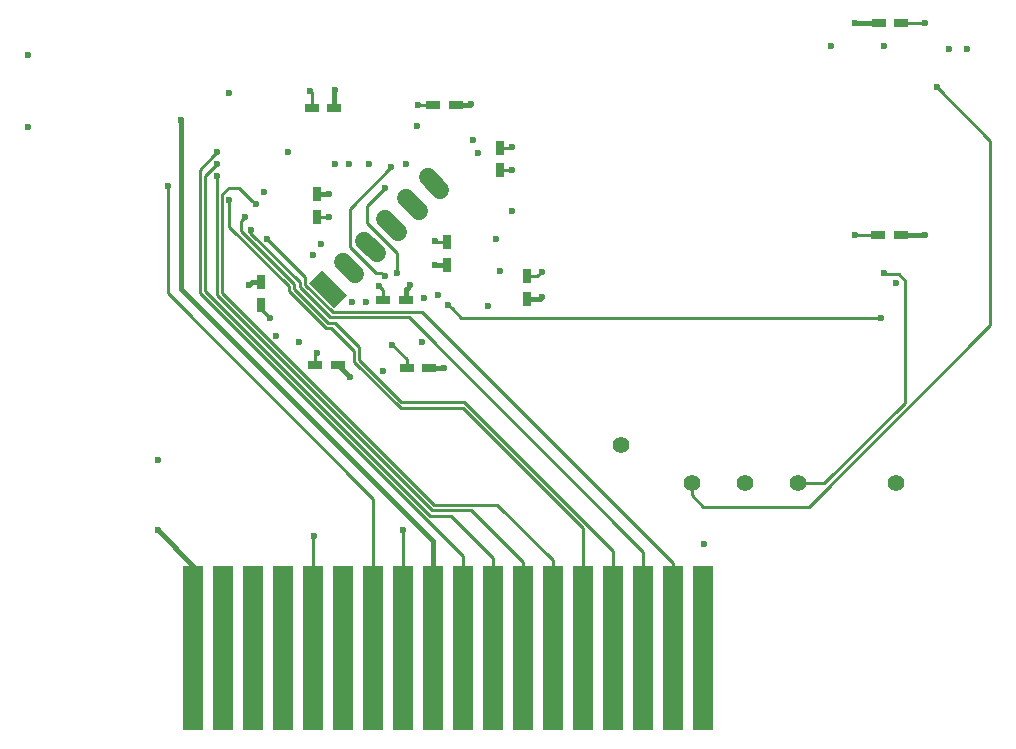
<source format=gbl>
G04 #@! TF.FileFunction,Copper,L4,Bot,Signal*
%FSLAX46Y46*%
G04 Gerber Fmt 4.6, Leading zero omitted, Abs format (unit mm)*
G04 Created by KiCad (PCBNEW 4.0.7) date 02/07/19 17:37:47*
%MOMM*%
%LPD*%
G01*
G04 APERTURE LIST*
%ADD10C,0.100000*%
%ADD11C,1.400000*%
%ADD12R,0.750000X1.200000*%
%ADD13R,1.200000X0.750000*%
%ADD14R,1.780000X14.000000*%
%ADD15C,1.510000*%
%ADD16C,0.600000*%
%ADD17C,0.250000*%
%ADD18C,0.400000*%
G04 APERTURE END LIST*
D10*
D11*
X180500000Y-114000000D03*
X157250000Y-110750000D03*
D12*
X131500000Y-91450000D03*
X131500000Y-89550000D03*
D13*
X137100000Y-98500000D03*
X139000000Y-98500000D03*
D12*
X142500000Y-93600000D03*
X142500000Y-95500000D03*
X147000000Y-85600000D03*
X147000000Y-87500000D03*
D13*
X131050000Y-82250000D03*
X132950000Y-82250000D03*
X180900000Y-93000000D03*
X179000000Y-93000000D03*
X180950000Y-75000000D03*
X179050000Y-75000000D03*
D14*
X164180000Y-128000000D03*
X161640000Y-128000000D03*
X159100000Y-128000000D03*
X156560000Y-128000000D03*
X154020000Y-128000000D03*
X151480000Y-128000000D03*
X148940000Y-128000000D03*
X146400000Y-128000000D03*
X143860000Y-128000000D03*
X141320000Y-128000000D03*
X138780000Y-128000000D03*
X136240000Y-128000000D03*
X133700000Y-128000000D03*
X131160000Y-128000000D03*
X128620000Y-128000000D03*
X126080000Y-128000000D03*
X123540000Y-128000000D03*
X121000000Y-128000000D03*
D10*
G36*
X132938228Y-99190163D02*
X130809837Y-97061772D01*
X131877568Y-95994041D01*
X134005959Y-98122432D01*
X132938228Y-99190163D01*
X132938228Y-99190163D01*
G37*
D15*
X133673619Y-95265721D02*
X134734279Y-96326381D01*
X135469670Y-93469670D02*
X136530330Y-94530330D01*
X137265722Y-91673618D02*
X138326382Y-92734278D01*
X139061773Y-89877567D02*
X140122433Y-90938227D01*
X140857824Y-88081516D02*
X141918484Y-89142176D01*
D12*
X149250000Y-96500000D03*
X149250000Y-98400000D03*
D13*
X141350000Y-82000000D03*
X143250000Y-82000000D03*
X139100000Y-104250000D03*
X141000000Y-104250000D03*
D12*
X126750000Y-98900000D03*
X126750000Y-97000000D03*
D13*
X131350000Y-104000000D03*
X133250000Y-104000000D03*
D11*
X167750000Y-114000000D03*
X172250000Y-114000000D03*
X163250000Y-114000000D03*
D16*
X135874990Y-86967050D03*
X107031664Y-83816910D03*
X127500000Y-100000000D03*
X131500000Y-103000000D03*
X150500000Y-96099967D03*
X140000000Y-82000000D03*
X128003118Y-101554848D03*
X137874990Y-102289841D03*
X131818934Y-93739173D03*
X135610695Y-98676201D03*
X140542554Y-98335716D03*
X130934292Y-80795340D03*
X136752953Y-97346987D03*
X145163471Y-86059885D03*
X134221457Y-87006163D03*
X148021424Y-85567846D03*
X139000000Y-87000000D03*
X146647113Y-93365248D03*
X132500000Y-91500000D03*
X141500000Y-93500000D03*
X177000000Y-93000000D03*
X186504710Y-77250361D03*
X179496256Y-77014121D03*
X183000000Y-75000000D03*
X139368726Y-97234828D03*
X184984203Y-77283804D03*
X106999406Y-77720173D03*
X125750000Y-97250000D03*
X134250000Y-105000000D03*
X142250000Y-104250000D03*
X150500000Y-98250000D03*
X144549124Y-81911278D03*
X133013069Y-80684095D03*
X129941947Y-102058049D03*
X175000000Y-77000000D03*
X141730825Y-98031133D03*
X131154388Y-94723500D03*
X134449950Y-98645248D03*
X126977540Y-89377295D03*
X144674017Y-84961333D03*
X139975553Y-83778773D03*
X148033637Y-87473014D03*
X164248305Y-119141288D03*
X133000000Y-87000000D03*
X148000000Y-91000000D03*
X147000000Y-96000000D03*
X146000000Y-99000000D03*
X129000000Y-86000000D03*
X132500000Y-89500000D03*
X141500000Y-95500000D03*
X118000000Y-112000000D03*
X118000000Y-118000000D03*
X180506838Y-97044952D03*
X177000000Y-75000000D03*
X183000000Y-93000000D03*
X124000000Y-81000000D03*
X120000000Y-83250000D03*
X127283939Y-93334940D03*
X125916453Y-92603865D03*
X125396021Y-91468777D03*
X124075021Y-90000000D03*
X126300962Y-90389056D03*
X123000000Y-88000000D03*
X123000000Y-87000000D03*
X123000000Y-86000000D03*
X118836032Y-88856032D03*
X179500000Y-96250000D03*
X184000000Y-80500000D03*
X137250000Y-89000000D03*
X138250000Y-96250000D03*
X137750000Y-87250000D03*
X137250000Y-96500000D03*
X138802906Y-118003653D03*
X140396325Y-102012426D03*
X137038711Y-104540107D03*
X131250000Y-118500000D03*
X179250000Y-100000000D03*
X142614179Y-98901302D03*
D17*
X139100000Y-104250000D02*
X139100000Y-103514851D01*
X139100000Y-103514851D02*
X137874990Y-102289841D01*
X142500000Y-93600000D02*
X141600000Y-93600000D01*
X141600000Y-93600000D02*
X141500000Y-93500000D01*
X131500000Y-91450000D02*
X132450000Y-91450000D01*
X132450000Y-91450000D02*
X132500000Y-91500000D01*
X126750000Y-98900000D02*
X126750000Y-99250000D01*
X126750000Y-99250000D02*
X127500000Y-100000000D01*
X131350000Y-104000000D02*
X131350000Y-103150000D01*
X131350000Y-103150000D02*
X131500000Y-103000000D01*
X150200001Y-96399966D02*
X150500000Y-96099967D01*
X149250000Y-96500000D02*
X150099967Y-96500000D01*
X150099967Y-96500000D02*
X150200001Y-96399966D01*
X141350000Y-82000000D02*
X140000000Y-82000000D01*
X131050000Y-82250000D02*
X131050000Y-80911048D01*
X131050000Y-80911048D02*
X130934292Y-80795340D01*
X137111923Y-98490482D02*
X137111923Y-97705957D01*
X137111923Y-97705957D02*
X137052952Y-97646986D01*
X137052952Y-97646986D02*
X136752953Y-97346987D01*
X147000000Y-85600000D02*
X147950000Y-85600000D01*
X147950000Y-85600000D02*
X148000000Y-85550000D01*
X179000000Y-93000000D02*
X177000000Y-93000000D01*
X180950000Y-75000000D02*
X183000000Y-75000000D01*
D18*
X139068727Y-97534827D02*
X139368726Y-97234828D01*
X139046495Y-97557059D02*
X139068727Y-97534827D01*
X139046495Y-98552388D02*
X139046495Y-97557059D01*
X131500000Y-89550000D02*
X132450000Y-89550000D01*
X132450000Y-89550000D02*
X132500000Y-89500000D01*
X126000000Y-97000000D02*
X125750000Y-97250000D01*
X126750000Y-97000000D02*
X126000000Y-97000000D01*
X133250000Y-104000000D02*
X134250000Y-105000000D01*
X141000000Y-104250000D02*
X142250000Y-104250000D01*
X149250000Y-98400000D02*
X150350000Y-98400000D01*
X150350000Y-98400000D02*
X150500000Y-98250000D01*
X144460402Y-82000000D02*
X144549124Y-81911278D01*
X143250000Y-82000000D02*
X144460402Y-82000000D01*
X132950000Y-82250000D02*
X132950000Y-80747164D01*
X132950000Y-80747164D02*
X133013069Y-80684095D01*
D17*
X147000000Y-87500000D02*
X147950000Y-87500000D01*
X147950000Y-87500000D02*
X148000000Y-87550000D01*
D18*
X142500000Y-95500000D02*
X141500000Y-95500000D01*
X121000000Y-121890000D02*
X121000000Y-121002242D01*
X121000000Y-121002242D02*
X118000000Y-118002242D01*
X118000000Y-118002242D02*
X118000000Y-118000000D01*
X121000000Y-128000000D02*
X121000000Y-121890000D01*
X179050000Y-75000000D02*
X177000000Y-75000000D01*
X180900000Y-93000000D02*
X183000000Y-93000000D01*
X180900000Y-93000000D02*
X181000000Y-93000000D01*
X120000000Y-97574199D02*
X120000000Y-83250000D01*
X141320000Y-128000000D02*
X141320000Y-118894199D01*
X141320000Y-118894199D02*
X120000000Y-97574199D01*
D17*
X161640000Y-120750000D02*
X140405173Y-99515173D01*
X140405173Y-99515173D02*
X132803603Y-99515173D01*
X132803603Y-99515173D02*
X130484827Y-97196397D01*
X161640000Y-128000000D02*
X161640000Y-120750000D01*
X130484827Y-97196397D02*
X130484827Y-96535828D01*
X130484827Y-96535828D02*
X127583938Y-93634939D01*
X127583938Y-93634939D02*
X127283939Y-93334940D01*
X159100000Y-128000000D02*
X159100000Y-119791099D01*
X159100000Y-119791099D02*
X139274085Y-99965184D01*
X130034816Y-96969718D02*
X125847786Y-92782688D01*
X139274085Y-99965184D02*
X132617203Y-99965184D01*
X125847786Y-92672532D02*
X125916453Y-92603865D01*
X132617203Y-99965184D02*
X130034816Y-97382797D01*
X130034816Y-97382797D02*
X130034816Y-96969718D01*
X125847786Y-92782688D02*
X125847786Y-92672532D01*
X125096022Y-92667332D02*
X125096022Y-91768776D01*
X129584805Y-97156116D02*
X125096022Y-92667332D01*
X132430803Y-100415195D02*
X129584805Y-97569197D01*
X125096022Y-91768776D02*
X125396021Y-91468777D01*
X135075023Y-103548398D02*
X135075023Y-102488115D01*
X133002103Y-100415195D02*
X132430803Y-100415195D01*
X135075023Y-102488115D02*
X133002103Y-100415195D01*
X138634833Y-107108208D02*
X135075023Y-103548398D01*
X156560000Y-119742587D02*
X143925621Y-107108208D01*
X156560000Y-128000000D02*
X156560000Y-119742587D01*
X129584805Y-97569197D02*
X129584805Y-97156116D01*
X143925621Y-107108208D02*
X138634833Y-107108208D01*
X154020000Y-121890000D02*
X154020000Y-117838998D01*
X154020000Y-117838998D02*
X143856001Y-107674999D01*
X143856001Y-107674999D02*
X138565213Y-107674999D01*
X138565213Y-107674999D02*
X134625012Y-103734798D01*
X134625012Y-103734798D02*
X134625012Y-102832732D01*
X134625012Y-102832732D02*
X132657486Y-100865206D01*
X132657486Y-100865206D02*
X132244403Y-100865206D01*
X132244403Y-100865206D02*
X129134794Y-97755597D01*
X129134794Y-97755597D02*
X129134794Y-97342516D01*
X124075021Y-92282741D02*
X124075021Y-90424264D01*
X129134794Y-97342516D02*
X124075021Y-92282741D01*
X124075021Y-90424264D02*
X124075021Y-90000000D01*
X154020000Y-121890000D02*
X154127123Y-121782877D01*
X154020000Y-128000000D02*
X154020000Y-121890000D01*
X151480000Y-128000000D02*
X151480000Y-120540768D01*
X141389371Y-115825001D02*
X123450011Y-97885641D01*
X123450011Y-89549989D02*
X124000000Y-89000000D01*
X151480000Y-120540768D02*
X146764233Y-115825001D01*
X124000000Y-89000000D02*
X124911906Y-89000000D01*
X146764233Y-115825001D02*
X141389371Y-115825001D01*
X123450011Y-97885641D02*
X123450011Y-89549989D01*
X124911906Y-89000000D02*
X126000963Y-90089057D01*
X126000963Y-90089057D02*
X126300962Y-90389056D01*
X148940000Y-128000000D02*
X148940000Y-120679253D01*
X148940000Y-120679253D02*
X144535759Y-116275012D01*
X144535759Y-116275012D02*
X141202971Y-116275012D01*
X123000000Y-98072041D02*
X123000000Y-88424264D01*
X141202971Y-116275012D02*
X123000000Y-98072041D01*
X123000000Y-88424264D02*
X123000000Y-88000000D01*
X146400000Y-128000000D02*
X146400000Y-120380435D01*
X122000000Y-97708452D02*
X122000000Y-88000000D01*
X146400000Y-120380435D02*
X142820633Y-116801068D01*
X142820633Y-116801068D02*
X141092616Y-116801068D01*
X141092616Y-116801068D02*
X122000000Y-97708452D01*
X122000000Y-88000000D02*
X122700001Y-87299999D01*
X122700001Y-87299999D02*
X123000000Y-87000000D01*
X143860000Y-128000000D02*
X143860000Y-120204862D01*
X122700001Y-86299999D02*
X123000000Y-86000000D01*
X143860000Y-120204862D02*
X121549989Y-97894851D01*
X121549989Y-97894851D02*
X121549989Y-87450011D01*
X121549989Y-87450011D02*
X122700001Y-86299999D01*
X118836032Y-89280296D02*
X118836032Y-88856032D01*
X118836032Y-97902708D02*
X118836032Y-89280296D01*
X136240000Y-115306676D02*
X118836032Y-97902708D01*
X136240000Y-128000000D02*
X136240000Y-115306676D01*
X180208921Y-96316636D02*
X179566636Y-96316636D01*
X179566636Y-96316636D02*
X179500000Y-96250000D01*
X172250000Y-114000000D02*
X174442280Y-114000000D01*
X174442280Y-114000000D02*
X181260396Y-107181884D01*
X181260396Y-107181884D02*
X181260396Y-96848027D01*
X181260396Y-96848027D02*
X180729005Y-96316636D01*
X180729005Y-96316636D02*
X180208921Y-96316636D01*
X163250000Y-114000000D02*
X163250000Y-115038660D01*
X163250000Y-115038660D02*
X164211340Y-116000000D01*
X164211340Y-116000000D02*
X173143490Y-116000000D01*
X173143490Y-116000000D02*
X188500000Y-100643490D01*
X188500000Y-100643490D02*
X188500000Y-85000000D01*
X188500000Y-85000000D02*
X184000000Y-80500000D01*
X135750000Y-92000000D02*
X135750000Y-90500000D01*
X135750000Y-90500000D02*
X137250000Y-89000000D01*
X136188584Y-92438584D02*
X135750000Y-92000000D01*
X138250000Y-94500000D02*
X136188584Y-92438584D01*
X138250000Y-96250000D02*
X138250000Y-94500000D01*
X134250000Y-94000000D02*
X134250000Y-90750000D01*
X134250000Y-90750000D02*
X137750000Y-87250000D01*
X136450001Y-96200001D02*
X134250000Y-94000000D01*
X137250000Y-96500000D02*
X136950001Y-96200001D01*
X136950001Y-96200001D02*
X136450001Y-96200001D01*
X138780000Y-118026559D02*
X138802906Y-118003653D01*
X138780000Y-128000000D02*
X138780000Y-118026559D01*
X131160000Y-118590000D02*
X131250000Y-118500000D01*
X131160000Y-128000000D02*
X131160000Y-118590000D01*
X179051164Y-100000000D02*
X179250000Y-100000000D01*
X179051164Y-100000000D02*
X143712877Y-100000000D01*
X143712877Y-100000000D02*
X142914178Y-99201301D01*
X142914178Y-99201301D02*
X142614179Y-98901302D01*
M02*

</source>
